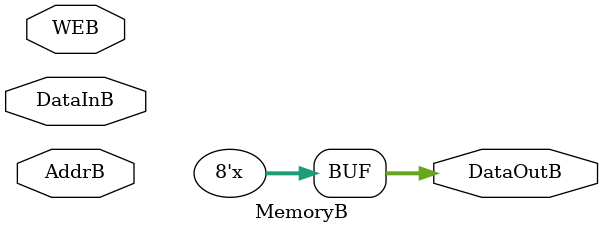
<source format=v>
module MemoryB (

output reg [7:0] DataOutB,
input      [1:0] AddrB   ,
input      [7:0] DataInB ,
input      WEB
);
	reg [7:0] RAM_B [0:3];
	
	always @(*)
	begin
		if (WEB)
			RAM_B[AddrB] = DataInB;
		else
			DataOutB = RAM_B[AddrB];
	end
endmodule 
</source>
